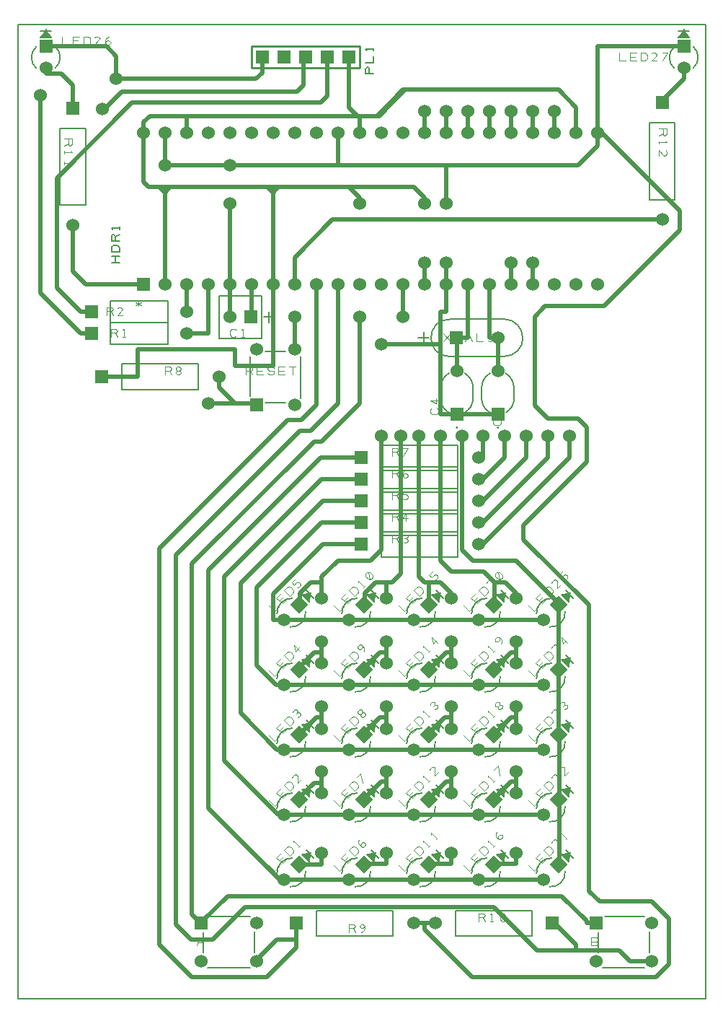
<source format=gbr>
%FSLAX23Y23*%
%MOIN*%
G04 EasyPC Gerber Version 17.0 Build 3379 *
%ADD144R,0.06000X0.06000*%
%ADD118C,0.00300*%
%ADD70C,0.00500*%
%ADD117C,0.00600*%
%ADD137C,0.01000*%
%ADD147C,0.02000*%
%ADD145C,0.06000*%
%AMT146*0 Rectangle Pad at angle 45*21,1,0.06000,0.06000,0,0,45*%
%ADD146T146*%
X0Y0D02*
D02*
D70*
X3Y3D02*
X3183D01*
Y4503*
X3*
Y3*
X473Y3403D02*
X436D01*
X454D02*
Y3434D01*
X473D02*
X436D01*
X473Y3453D02*
X436D01*
Y3471*
X439Y3478*
X442Y3481*
X448Y3484*
X461*
X467Y3481*
X470Y3478*
X473Y3471*
Y3453*
Y3503D02*
X436D01*
Y3524*
X439Y3531*
X445Y3534*
X451Y3531*
X454Y3524*
Y3503*
Y3524D02*
X473Y3534D01*
Y3559D02*
Y3571D01*
Y3565D02*
X436D01*
X442Y3559*
X1648Y4278D02*
X1611D01*
Y4299*
X1614Y4306*
X1620Y4309*
X1626Y4306*
X1629Y4299*
Y4278*
X1611Y4328D02*
X1648D01*
Y4359*
Y4384D02*
Y4396D01*
Y4390D02*
X1611D01*
X1617Y4384*
D02*
D117*
X89Y4402D02*
G75*
G03X89Y4303I43J-50D01*
G01*
X114Y4446D02*
X133Y4474D01*
X119Y4446*
X123D02*
X133Y4474D01*
X128Y4446*
X133D02*
Y4484D01*
X137Y4446D02*
X133Y4474D01*
X109Y4446*
X146D02*
X133Y4474D01*
X142Y4446*
X156D02*
X133Y4474D01*
X151Y4446*
X158Y4474D02*
X108D01*
X176Y4303D02*
G75*
G03X176Y4402I-43J50D01*
G01*
X199Y4025D02*
Y3671D01*
X317*
Y4025*
X199*
X430Y3027D02*
X698D01*
Y3128*
X430*
Y3027*
Y3127D02*
X698D01*
Y3228*
X430*
Y3127*
X485Y2818D02*
X839D01*
Y2937*
X485*
Y2818*
X862Y312D02*
Y219D01*
X882Y148D02*
X1077D01*
X1076Y2972D02*
Y2789D01*
X1077Y384D02*
X894D01*
X1098Y219D02*
Y313D01*
X1130Y3251D02*
Y3055D01*
X934*
Y3251*
X1130*
X1148Y2757D02*
X1241D01*
X1165Y3128D02*
Y3178D01*
X1190Y3153D02*
X1140D01*
X1241Y2993D02*
X1147D01*
X1263Y522D02*
G75*
G03X1334Y593I5J66D01*
G01*
X1263Y822D02*
G75*
G03X1334Y893I5J66D01*
G01*
X1263Y1122D02*
G75*
G03X1334Y1193I5J66D01*
G01*
X1263Y1422D02*
G75*
G03X1334Y1493I5J66D01*
G01*
X1263Y1722D02*
G75*
G03X1334Y1793I5J66D01*
G01*
X1273Y654D02*
G75*
G03X1202Y583I-5J-66D01*
G01*
X1273Y954D02*
G75*
G03X1202Y883I-5J-66D01*
G01*
X1273Y1254D02*
G75*
G03X1202Y1183I-5J-66D01*
G01*
X1273Y1554D02*
G75*
G03X1202Y1483I-5J-66D01*
G01*
X1273Y1854D02*
G75*
G03X1202Y1783I-5J-66D01*
G01*
X1312Y2777D02*
Y2972D01*
X1321Y667D02*
X1353Y673D01*
X1324Y664*
X1321Y967D02*
X1353Y973D01*
X1324Y964*
X1321Y1267D02*
X1353Y1273D01*
X1324Y1264*
X1321Y1567D02*
X1353Y1573D01*
X1324Y1564*
X1321Y1867D02*
X1353Y1873D01*
X1324Y1864*
X1327Y660D02*
X1353Y673D01*
X1330Y657*
X1327Y960D02*
X1353Y973D01*
X1330Y957*
X1327Y1260D02*
X1353Y1273D01*
X1330Y1257*
X1327Y1560D02*
X1353Y1573D01*
X1330Y1557*
X1327Y1860D02*
X1353Y1873D01*
X1330Y1857*
X1334Y654D02*
X1360Y680D01*
X1334Y954D02*
X1360Y980D01*
X1334Y1254D02*
X1360Y1280D01*
X1334Y1554D02*
X1360Y1580D01*
X1334Y1854D02*
X1360Y1880D01*
X1337Y650D02*
X1353Y673D01*
X1317Y670*
X1337Y950D02*
X1353Y973D01*
X1317Y970*
X1337Y1250D02*
X1353Y1273D01*
X1317Y1270*
X1337Y1550D02*
X1353Y1573D01*
X1317Y1570*
X1337Y1850D02*
X1353Y1873D01*
X1317Y1870*
X1344Y644D02*
X1353Y673D01*
X1340Y647*
X1344Y944D02*
X1353Y973D01*
X1340Y947*
X1344Y1244D02*
X1353Y1273D01*
X1340Y1247*
X1344Y1544D02*
X1353Y1573D01*
X1340Y1547*
X1344Y1844D02*
X1353Y1873D01*
X1340Y1847*
X1350Y637D02*
X1353Y673D01*
X1347Y641*
X1350Y937D02*
X1353Y973D01*
X1347Y941*
X1350Y1237D02*
X1353Y1273D01*
X1347Y1241*
X1350Y1537D02*
X1353Y1573D01*
X1347Y1541*
X1350Y1837D02*
X1353Y1873D01*
X1347Y1841*
X1371Y656D02*
X1336Y691D01*
X1371Y956D02*
X1336Y991D01*
X1371Y1256D02*
X1336Y1291D01*
X1371Y1556D02*
X1336Y1591D01*
X1371Y1856D02*
X1336Y1891D01*
X1385Y293D02*
X1739D01*
Y412*
X1385*
Y293*
X1563Y522D02*
G75*
G03X1634Y593I5J66D01*
G01*
X1563Y822D02*
G75*
G03X1634Y893I5J66D01*
G01*
X1563Y1122D02*
G75*
G03X1634Y1193I5J66D01*
G01*
X1563Y1422D02*
G75*
G03X1634Y1493I5J66D01*
G01*
X1563Y1722D02*
G75*
G03X1634Y1793I5J66D01*
G01*
X1573Y654D02*
G75*
G03X1502Y583I-5J-66D01*
G01*
X1573Y954D02*
G75*
G03X1502Y883I-5J-66D01*
G01*
X1573Y1254D02*
G75*
G03X1502Y1183I-5J-66D01*
G01*
X1573Y1554D02*
G75*
G03X1502Y1483I-5J-66D01*
G01*
X1573Y1854D02*
G75*
G03X1502Y1783I-5J-66D01*
G01*
X1621Y667D02*
X1653Y673D01*
X1624Y664*
X1621Y967D02*
X1653Y973D01*
X1624Y964*
X1621Y1267D02*
X1653Y1273D01*
X1624Y1264*
X1621Y1567D02*
X1653Y1573D01*
X1624Y1564*
X1621Y1867D02*
X1653Y1873D01*
X1624Y1864*
X1627Y660D02*
X1653Y673D01*
X1630Y657*
X1627Y960D02*
X1653Y973D01*
X1630Y957*
X1627Y1260D02*
X1653Y1273D01*
X1630Y1257*
X1627Y1560D02*
X1653Y1573D01*
X1630Y1557*
X1627Y1860D02*
X1653Y1873D01*
X1630Y1857*
X1634Y654D02*
X1660Y680D01*
X1634Y954D02*
X1660Y980D01*
X1634Y1254D02*
X1660Y1280D01*
X1634Y1554D02*
X1660Y1580D01*
X1634Y1854D02*
X1660Y1880D01*
X1637Y650D02*
X1653Y673D01*
X1617Y670*
X1637Y950D02*
X1653Y973D01*
X1617Y970*
X1637Y1250D02*
X1653Y1273D01*
X1617Y1270*
X1637Y1550D02*
X1653Y1573D01*
X1617Y1570*
X1637Y1850D02*
X1653Y1873D01*
X1617Y1870*
X1644Y644D02*
X1653Y673D01*
X1640Y647*
X1644Y944D02*
X1653Y973D01*
X1640Y947*
X1644Y1244D02*
X1653Y1273D01*
X1640Y1247*
X1644Y1544D02*
X1653Y1573D01*
X1640Y1547*
X1644Y1844D02*
X1653Y1873D01*
X1640Y1847*
X1650Y637D02*
X1653Y673D01*
X1647Y641*
X1650Y937D02*
X1653Y973D01*
X1647Y941*
X1650Y1237D02*
X1653Y1273D01*
X1647Y1241*
X1650Y1537D02*
X1653Y1573D01*
X1647Y1541*
X1650Y1837D02*
X1653Y1873D01*
X1647Y1841*
X1671Y656D02*
X1636Y691D01*
X1671Y956D02*
X1636Y991D01*
X1671Y1256D02*
X1636Y1291D01*
X1671Y1556D02*
X1636Y1591D01*
X1671Y1856D02*
X1636Y1891D01*
X1685Y2044D02*
X2039D01*
Y2162*
X1685*
Y2044*
Y2144D02*
X2039D01*
Y2262*
X1685*
Y2144*
Y2244D02*
X2039D01*
Y2362*
X1685*
Y2244*
Y2344D02*
X2039D01*
Y2462*
X1685*
Y2344*
Y2444D02*
X2039D01*
Y2562*
X1685*
Y2444*
X1855Y3058D02*
X1905D01*
X1863Y522D02*
G75*
G03X1934Y593I5J66D01*
G01*
X1863Y822D02*
G75*
G03X1934Y893I5J66D01*
G01*
X1863Y1122D02*
G75*
G03X1934Y1193I5J66D01*
G01*
X1863Y1422D02*
G75*
G03X1934Y1493I5J66D01*
G01*
X1863Y1722D02*
G75*
G03X1934Y1793I5J66D01*
G01*
X1873Y654D02*
G75*
G03X1802Y583I-5J-66D01*
G01*
X1873Y954D02*
G75*
G03X1802Y883I-5J-66D01*
G01*
X1873Y1254D02*
G75*
G03X1802Y1183I-5J-66D01*
G01*
X1873Y1554D02*
G75*
G03X1802Y1483I-5J-66D01*
G01*
X1873Y1854D02*
G75*
G03X1802Y1783I-5J-66D01*
G01*
X1880Y3083D02*
Y3033D01*
X1921Y667D02*
X1953Y673D01*
X1924Y664*
X1921Y967D02*
X1953Y973D01*
X1924Y964*
X1921Y1267D02*
X1953Y1273D01*
X1924Y1264*
X1921Y1567D02*
X1953Y1573D01*
X1924Y1564*
X1921Y1867D02*
X1953Y1873D01*
X1924Y1864*
X1927Y660D02*
X1953Y673D01*
X1930Y657*
X1927Y960D02*
X1953Y973D01*
X1930Y957*
X1927Y1260D02*
X1953Y1273D01*
X1930Y1257*
X1927Y1560D02*
X1953Y1573D01*
X1930Y1557*
X1927Y1860D02*
X1953Y1873D01*
X1930Y1857*
X1934Y654D02*
X1960Y680D01*
X1934Y954D02*
X1960Y980D01*
X1934Y1254D02*
X1960Y1280D01*
X1934Y1554D02*
X1960Y1580D01*
X1934Y1854D02*
X1960Y1880D01*
X1937Y650D02*
X1953Y673D01*
X1917Y670*
X1937Y950D02*
X1953Y973D01*
X1917Y970*
X1937Y1250D02*
X1953Y1273D01*
X1917Y1270*
X1937Y1550D02*
X1953Y1573D01*
X1917Y1570*
X1937Y1850D02*
X1953Y1873D01*
X1917Y1870*
X1944Y644D02*
X1953Y673D01*
X1940Y647*
X1944Y944D02*
X1953Y973D01*
X1940Y947*
X1944Y1244D02*
X1953Y1273D01*
X1940Y1247*
X1944Y1544D02*
X1953Y1573D01*
X1940Y1547*
X1944Y1844D02*
X1953Y1873D01*
X1940Y1847*
X1950Y637D02*
X1953Y673D01*
X1947Y641*
X1950Y937D02*
X1953Y973D01*
X1947Y941*
X1950Y1237D02*
X1953Y1273D01*
X1947Y1241*
X1950Y1537D02*
X1953Y1573D01*
X1947Y1541*
X1950Y1837D02*
X1953Y1873D01*
X1947Y1841*
X1971Y656D02*
X1936Y691D01*
X1971Y956D02*
X1936Y991D01*
X1971Y1256D02*
X1936Y1291D01*
X1971Y1556D02*
X1936Y1591D01*
X1971Y1856D02*
X1936Y1891D01*
X1996Y2893D02*
G75*
G03X1958Y2828I37J-65D01*
G01*
Y2778*
G75*
G03X1994Y2713I75*
G01*
X2000Y2972D02*
X2253D01*
G75*
G03X2338Y3058J86*
G01*
G75*
G03X2253Y3143I-86*
G01*
X2000*
G75*
G03Y2972J-86*
G01*
X2033Y2646D02*
G75*
G03Y2640J-3D01*
G01*
G75*
G03Y2646J3*
G01*
X2071Y2713D02*
G75*
G03X2108Y2777I-38J65D01*
G01*
Y2828*
G75*
G03X2069Y2893I-75*
G01*
X2163Y522D02*
G75*
G03X2234Y593I5J66D01*
G01*
X2163Y822D02*
G75*
G03X2234Y893I5J66D01*
G01*
X2163Y1122D02*
G75*
G03X2234Y1193I5J66D01*
G01*
X2163Y1422D02*
G75*
G03X2234Y1493I5J66D01*
G01*
X2163Y1722D02*
G75*
G03X2234Y1793I5J66D01*
G01*
X2173Y654D02*
G75*
G03X2102Y583I-5J-66D01*
G01*
X2173Y954D02*
G75*
G03X2102Y883I-5J-66D01*
G01*
X2173Y1254D02*
G75*
G03X2102Y1183I-5J-66D01*
G01*
X2173Y1554D02*
G75*
G03X2102Y1483I-5J-66D01*
G01*
X2173Y1854D02*
G75*
G03X2102Y1783I-5J-66D01*
G01*
X2186Y2893D02*
G75*
G03X2148Y2828I37J-65D01*
G01*
Y2778*
G75*
G03X2184Y2713I75*
G01*
X2221Y667D02*
X2253Y673D01*
X2224Y664*
X2221Y967D02*
X2253Y973D01*
X2224Y964*
X2221Y1267D02*
X2253Y1273D01*
X2224Y1264*
X2221Y1567D02*
X2253Y1573D01*
X2224Y1564*
X2221Y1867D02*
X2253Y1873D01*
X2224Y1864*
X2223Y2646D02*
G75*
G03Y2640J-3D01*
G01*
G75*
G03Y2646J3*
G01*
X2227Y660D02*
X2253Y673D01*
X2230Y657*
X2227Y960D02*
X2253Y973D01*
X2230Y957*
X2227Y1260D02*
X2253Y1273D01*
X2230Y1257*
X2227Y1560D02*
X2253Y1573D01*
X2230Y1557*
X2227Y1860D02*
X2253Y1873D01*
X2230Y1857*
X2234Y654D02*
X2260Y680D01*
X2234Y954D02*
X2260Y980D01*
X2234Y1254D02*
X2260Y1280D01*
X2234Y1554D02*
X2260Y1580D01*
X2234Y1854D02*
X2260Y1880D01*
X2237Y650D02*
X2253Y673D01*
X2217Y670*
X2237Y950D02*
X2253Y973D01*
X2217Y970*
X2237Y1250D02*
X2253Y1273D01*
X2217Y1270*
X2237Y1550D02*
X2253Y1573D01*
X2217Y1570*
X2237Y1850D02*
X2253Y1873D01*
X2217Y1870*
X2244Y644D02*
X2253Y673D01*
X2240Y647*
X2244Y944D02*
X2253Y973D01*
X2240Y947*
X2244Y1244D02*
X2253Y1273D01*
X2240Y1247*
X2244Y1544D02*
X2253Y1573D01*
X2240Y1547*
X2244Y1844D02*
X2253Y1873D01*
X2240Y1847*
X2250Y637D02*
X2253Y673D01*
X2247Y641*
X2250Y937D02*
X2253Y973D01*
X2247Y941*
X2250Y1237D02*
X2253Y1273D01*
X2247Y1241*
X2250Y1537D02*
X2253Y1573D01*
X2247Y1541*
X2250Y1837D02*
X2253Y1873D01*
X2247Y1841*
X2261Y2713D02*
G75*
G03X2297Y2777I-38J65D01*
G01*
Y2828*
G75*
G03X2259Y2893I-75*
G01*
X2271Y656D02*
X2236Y691D01*
X2271Y956D02*
X2236Y991D01*
X2271Y1256D02*
X2236Y1291D01*
X2271Y1556D02*
X2236Y1591D01*
X2271Y1856D02*
X2236Y1891D01*
X2380Y412D02*
X2026D01*
Y293*
X2380*
Y412*
X2463Y522D02*
G75*
G03X2534Y593I5J66D01*
G01*
X2463Y822D02*
G75*
G03X2534Y893I5J66D01*
G01*
X2463Y1122D02*
G75*
G03X2534Y1193I5J66D01*
G01*
X2463Y1422D02*
G75*
G03X2534Y1493I5J66D01*
G01*
X2463Y1722D02*
G75*
G03X2534Y1793I5J66D01*
G01*
X2473Y654D02*
G75*
G03X2402Y583I-5J-66D01*
G01*
X2473Y954D02*
G75*
G03X2402Y883I-5J-66D01*
G01*
X2473Y1254D02*
G75*
G03X2402Y1183I-5J-66D01*
G01*
X2473Y1554D02*
G75*
G03X2402Y1483I-5J-66D01*
G01*
X2473Y1854D02*
G75*
G03X2402Y1783I-5J-66D01*
G01*
X2521Y667D02*
X2553Y673D01*
X2524Y664*
X2521Y967D02*
X2553Y973D01*
X2524Y964*
X2521Y1267D02*
X2553Y1273D01*
X2524Y1264*
X2521Y1567D02*
X2553Y1573D01*
X2524Y1564*
X2521Y1867D02*
X2553Y1873D01*
X2524Y1864*
X2527Y660D02*
X2553Y673D01*
X2530Y657*
X2527Y960D02*
X2553Y973D01*
X2530Y957*
X2527Y1260D02*
X2553Y1273D01*
X2530Y1257*
X2527Y1560D02*
X2553Y1573D01*
X2530Y1557*
X2527Y1860D02*
X2553Y1873D01*
X2530Y1857*
X2534Y654D02*
X2560Y680D01*
X2534Y954D02*
X2560Y980D01*
X2534Y1254D02*
X2560Y1280D01*
X2534Y1554D02*
X2560Y1580D01*
X2534Y1854D02*
X2560Y1880D01*
X2537Y650D02*
X2553Y673D01*
X2517Y670*
X2537Y950D02*
X2553Y973D01*
X2517Y970*
X2537Y1250D02*
X2553Y1273D01*
X2517Y1270*
X2537Y1550D02*
X2553Y1573D01*
X2517Y1570*
X2537Y1850D02*
X2553Y1873D01*
X2517Y1870*
X2544Y644D02*
X2553Y673D01*
X2540Y647*
X2544Y944D02*
X2553Y973D01*
X2540Y947*
X2544Y1244D02*
X2553Y1273D01*
X2540Y1247*
X2544Y1544D02*
X2553Y1573D01*
X2540Y1547*
X2544Y1844D02*
X2553Y1873D01*
X2540Y1847*
X2550Y637D02*
X2553Y673D01*
X2547Y641*
X2550Y937D02*
X2553Y973D01*
X2547Y941*
X2550Y1237D02*
X2553Y1273D01*
X2547Y1241*
X2550Y1537D02*
X2553Y1573D01*
X2547Y1541*
X2550Y1837D02*
X2553Y1873D01*
X2547Y1841*
X2571Y656D02*
X2536Y691D01*
X2571Y956D02*
X2536Y991D01*
X2571Y1256D02*
X2536Y1291D01*
X2571Y1556D02*
X2536Y1591D01*
X2571Y1856D02*
X2536Y1891D01*
X2687Y312D02*
Y219D01*
X2707Y148D02*
X2902D01*
Y384D02*
X2719D01*
X2923Y219D02*
Y313D01*
X2924Y4050D02*
Y3696D01*
X3042*
Y4050*
X2924*
X3039Y4402D02*
G75*
G03X3039Y4303I43J-50D01*
G01*
X3064Y4446D02*
X3083Y4474D01*
X3069Y4446*
X3073D02*
X3083Y4474D01*
X3078Y4446*
X3083D02*
Y4484D01*
X3087Y4446D02*
X3083Y4474D01*
X3059Y4446*
X3096D02*
X3083Y4474D01*
X3092Y4446*
X3106D02*
X3083Y4474D01*
X3101Y4446*
X3108Y4474D02*
X3058D01*
X3126Y4303D02*
G75*
G03X3126Y4402I-43J50D01*
G01*
D02*
D118*
X217Y3978D02*
X254D01*
Y3956*
X251Y3949*
X245Y3946*
X239Y3949*
X236Y3956*
Y3978*
Y3956D02*
X217Y3946D01*
Y3921D02*
Y3909D01*
Y3915D02*
X254D01*
X248Y3921*
X217Y3871D02*
Y3859D01*
Y3865D02*
X254D01*
X248Y3871*
X207Y4449D02*
Y4412D01*
X239*
X258D02*
Y4449D01*
X289*
X282Y4431D02*
X258D01*
Y4412D02*
X289D01*
X308D02*
Y4449D01*
X326*
X333Y4446*
X336Y4443*
X339Y4437*
Y4424*
X336Y4418*
X333Y4415*
X326Y4412*
X308*
X383D02*
X358D01*
X379Y4434*
X383Y4440*
X379Y4446*
X373Y4449*
X364*
X358Y4446*
X407Y4421D02*
X411Y4428D01*
X417Y4431*
X423*
X429Y4428*
X433Y4421*
X429Y4415*
X423Y4412*
X417*
X411Y4415*
X407Y4421*
Y4431*
X411Y4440*
X417Y4446*
X423Y4449*
X414Y3162D02*
Y3199D01*
X435*
X442Y3196*
X445Y3190*
X442Y3184*
X435Y3181*
X414*
X435D02*
X445Y3162D01*
X489D02*
X464D01*
X485Y3184*
X489Y3190*
X485Y3196*
X479Y3199*
X470*
X464Y3196*
X433Y3062D02*
Y3099D01*
X454*
X461Y3096*
X464Y3090*
X461Y3084*
X454Y3081*
X433*
X454D02*
X464Y3062D01*
X489D02*
X501D01*
X495D02*
Y3099D01*
X489Y3093*
X561Y3203D02*
Y3228D01*
X573Y3209D02*
X548Y3221D01*
Y3209D02*
X573Y3221D01*
X683Y2887D02*
Y2924D01*
X704*
X711Y2921*
X714Y2915*
X711Y2909*
X704Y2906*
X683*
X704D02*
X714Y2887D01*
X742Y2906D02*
X748D01*
X754Y2909*
X758Y2915*
X754Y2921*
X748Y2924*
X742*
X736Y2921*
X733Y2915*
X736Y2909*
X742Y2906*
X736Y2903*
X733Y2896*
X736Y2890*
X742Y2887*
X748*
X754Y2890*
X758Y2896*
X754Y2903*
X748Y2906*
X830Y250D02*
X845Y288D01*
X861Y250*
X836Y266D02*
X855D01*
X1014Y3068D02*
X1011Y3065D01*
X1004Y3062*
X995*
X989Y3065*
X986Y3068*
X983Y3074*
Y3087*
X986Y3093*
X989Y3096*
X995Y3099*
X1004*
X1011Y3096*
X1014Y3093*
X1039Y3062D02*
X1051D01*
X1045D02*
Y3099D01*
X1039Y3093*
X1058Y2887D02*
Y2924D01*
X1079*
X1086Y2921*
X1089Y2915*
X1086Y2909*
X1079Y2906*
X1058*
X1079D02*
X1089Y2887D01*
X1108D02*
Y2924D01*
X1139*
X1133Y2906D02*
X1108D01*
Y2887D02*
X1139D01*
X1158Y2896D02*
X1161Y2890D01*
X1167Y2887*
X1179*
X1186Y2890*
X1189Y2896*
X1186Y2903*
X1179Y2906*
X1167*
X1161Y2909*
X1158Y2915*
X1161Y2921*
X1167Y2924*
X1179*
X1186Y2921*
X1189Y2915*
X1208Y2887D02*
Y2924D01*
X1239*
X1233Y2906D02*
X1208D01*
Y2887D02*
X1239D01*
X1273D02*
Y2924D01*
X1258D02*
X1289D01*
X1164Y621D02*
X1191Y594D01*
X1213Y617*
X1226Y630D02*
X1199Y656D01*
X1221Y678*
X1230Y661D02*
X1213Y643D01*
X1226Y630D02*
X1248Y652D01*
X1261Y665D02*
X1235Y692D01*
X1248Y705*
X1255Y707*
X1259*
X1266Y705*
X1274Y696*
X1277Y690*
Y685*
X1274Y678*
X1261Y665*
X1301Y705D02*
X1310Y714D01*
X1305Y709D02*
X1279Y736D01*
Y727*
X1164Y921D02*
X1191Y894D01*
X1213Y917*
X1226Y930D02*
X1199Y956D01*
X1221Y978*
X1230Y961D02*
X1213Y943D01*
X1226Y930D02*
X1248Y952D01*
X1261Y965D02*
X1235Y992D01*
X1248Y1005*
X1255Y1007*
X1259*
X1266Y1005*
X1274Y996*
X1277Y990*
Y985*
X1274Y978*
X1261Y965*
X1314Y1018D02*
X1297Y1001D01*
X1297Y1031*
X1294Y1038*
X1288Y1040*
X1281Y1038*
X1274Y1031*
X1272Y1025*
X1164Y1221D02*
X1191Y1194D01*
X1213Y1217*
X1226Y1230D02*
X1199Y1256D01*
X1221Y1278*
X1230Y1261D02*
X1213Y1243D01*
X1226Y1230D02*
X1248Y1252D01*
X1261Y1265D02*
X1235Y1292D01*
X1248Y1305*
X1255Y1307*
X1259*
X1266Y1305*
X1274Y1296*
X1277Y1290*
Y1285*
X1274Y1278*
X1261Y1265*
X1297Y1305D02*
X1303Y1307D01*
X1308Y1312*
X1310Y1318*
X1308Y1325*
X1301Y1327*
X1294Y1325*
X1290Y1320*
X1294Y1325D02*
X1297Y1331D01*
X1294Y1338*
X1288Y1340*
X1281Y1338*
X1277Y1334*
X1274Y1327*
X1164Y1521D02*
X1191Y1494D01*
X1213Y1517*
X1226Y1530D02*
X1199Y1556D01*
X1221Y1578*
X1230Y1561D02*
X1213Y1543D01*
X1226Y1530D02*
X1248Y1552D01*
X1261Y1565D02*
X1235Y1592D01*
X1248Y1605*
X1255Y1607*
X1259*
X1266Y1605*
X1274Y1596*
X1277Y1590*
Y1585*
X1274Y1578*
X1261Y1565*
X1308Y1612D02*
X1281Y1638D01*
X1288Y1609*
X1305Y1627*
X1164Y1821D02*
X1191Y1794D01*
X1213Y1817*
X1226Y1830D02*
X1199Y1856D01*
X1221Y1878*
X1230Y1861D02*
X1213Y1843D01*
X1226Y1830D02*
X1248Y1852D01*
X1261Y1865D02*
X1235Y1892D01*
X1248Y1905*
X1255Y1907*
X1259*
X1266Y1905*
X1274Y1896*
X1277Y1890*
Y1885*
X1274Y1878*
X1261Y1865*
X1294Y1903D02*
X1301Y1905D01*
X1308Y1912*
X1310Y1918*
X1308Y1925*
X1305Y1927*
X1299Y1929*
X1292Y1927*
X1281Y1916*
X1270Y1927*
X1288Y1945*
X1464Y621D02*
X1491Y594D01*
X1513Y617*
X1526Y630D02*
X1499Y656D01*
X1521Y678*
X1530Y661D02*
X1513Y643D01*
X1526Y630D02*
X1548Y652D01*
X1561Y665D02*
X1535Y692D01*
X1548Y705*
X1555Y707*
X1559*
X1566Y705*
X1574Y696*
X1577Y690*
Y685*
X1574Y678*
X1561Y665*
X1590Y707D02*
X1588Y714D01*
X1590Y720*
X1594Y725*
X1601Y727*
X1608Y725*
X1610Y718*
X1608Y712*
X1603Y707*
X1597Y705*
X1590Y707*
X1583Y714*
X1579Y723*
X1579Y731*
X1581Y738*
X1464Y921D02*
X1491Y894D01*
X1513Y917*
X1526Y930D02*
X1499Y956D01*
X1521Y978*
X1530Y961D02*
X1513Y943D01*
X1526Y930D02*
X1548Y952D01*
X1561Y965D02*
X1535Y992D01*
X1548Y1005*
X1555Y1007*
X1559*
X1566Y1005*
X1574Y996*
X1577Y990*
Y985*
X1574Y978*
X1561Y965*
X1597Y1001D02*
X1588Y1045D01*
X1570Y1027*
X1464Y1221D02*
X1491Y1194D01*
X1513Y1217*
X1526Y1230D02*
X1499Y1256D01*
X1521Y1278*
X1530Y1261D02*
X1513Y1243D01*
X1526Y1230D02*
X1548Y1252D01*
X1561Y1265D02*
X1535Y1292D01*
X1548Y1305*
X1555Y1307*
X1559*
X1566Y1305*
X1574Y1296*
X1577Y1290*
Y1285*
X1574Y1278*
X1561Y1265*
X1590Y1320D02*
X1594Y1325D01*
X1597Y1331*
X1594Y1338*
X1588Y1340*
X1581Y1338*
X1577Y1334*
X1574Y1327*
X1577Y1320*
X1583Y1318*
X1590Y1320*
X1588Y1314*
X1590Y1307*
X1597Y1305*
X1603Y1307*
X1608Y1312*
X1610Y1318*
X1608Y1325*
X1601Y1327*
X1594Y1325*
X1464Y1521D02*
X1491Y1494D01*
X1513Y1517*
X1526Y1530D02*
X1499Y1556D01*
X1521Y1578*
X1530Y1561D02*
X1513Y1543D01*
X1526Y1530D02*
X1548Y1552D01*
X1561Y1565D02*
X1535Y1592D01*
X1548Y1605*
X1555Y1607*
X1559*
X1566Y1605*
X1574Y1596*
X1577Y1590*
Y1585*
X1574Y1578*
X1561Y1565*
X1603Y1607D02*
X1605Y1614D01*
Y1623*
X1601Y1631*
X1594Y1638*
X1588Y1640*
X1581Y1638*
X1577Y1634*
X1574Y1627*
X1577Y1620*
X1583Y1618*
X1590Y1620*
X1594Y1625*
X1597Y1631*
X1594Y1638*
X1464Y1821D02*
X1491Y1794D01*
X1513Y1817*
X1526Y1830D02*
X1499Y1856D01*
X1521Y1878*
X1530Y1861D02*
X1513Y1843D01*
X1526Y1830D02*
X1548Y1852D01*
X1561Y1865D02*
X1535Y1892D01*
X1548Y1905*
X1555Y1907*
X1559*
X1566Y1905*
X1574Y1896*
X1577Y1890*
Y1885*
X1574Y1878*
X1561Y1865*
X1601Y1905D02*
X1610Y1914D01*
X1605Y1909D02*
X1579Y1936D01*
Y1927*
X1632Y1940D02*
X1639Y1943D01*
X1643Y1947*
X1645Y1954*
X1643Y1960*
X1630Y1973*
X1623Y1976*
X1616Y1973*
X1612Y1969*
X1610Y1962*
X1612Y1956*
X1625Y1943*
X1632Y1940*
X1623Y1976*
X1533Y312D02*
Y349D01*
X1554*
X1561Y346*
X1564Y340*
X1561Y334*
X1554Y331*
X1533*
X1554D02*
X1564Y312D01*
X1592D02*
X1598Y315D01*
X1604Y321*
X1608Y331*
Y340*
X1604Y346*
X1598Y349*
X1592*
X1586Y346*
X1583Y340*
X1586Y334*
X1592Y331*
X1598*
X1604Y334*
X1608Y340*
X1733Y2112D02*
Y2149D01*
X1754*
X1761Y2146*
X1764Y2140*
X1761Y2134*
X1754Y2131*
X1733*
X1754D02*
X1764Y2112D01*
X1786Y2115D02*
X1792Y2112D01*
X1798*
X1804Y2115*
X1808Y2121*
X1804Y2128*
X1798Y2131*
X1792*
X1798D02*
X1804Y2134D01*
X1808Y2140*
X1804Y2146*
X1798Y2149*
X1792*
X1786Y2146*
X1733Y2212D02*
Y2249D01*
X1754*
X1761Y2246*
X1764Y2240*
X1761Y2234*
X1754Y2231*
X1733*
X1754D02*
X1764Y2212D01*
X1798D02*
Y2249D01*
X1783Y2224*
X1808*
X1733Y2312D02*
Y2349D01*
X1754*
X1761Y2346*
X1764Y2340*
X1761Y2334*
X1754Y2331*
X1733*
X1754D02*
X1764Y2312D01*
X1783Y2315D02*
X1789Y2312D01*
X1798*
X1804Y2315*
X1808Y2321*
Y2324*
X1804Y2331*
X1798Y2334*
X1783*
Y2349*
X1808*
X1733Y2412D02*
Y2449D01*
X1754*
X1761Y2446*
X1764Y2440*
X1761Y2434*
X1754Y2431*
X1733*
X1754D02*
X1764Y2412D01*
X1783Y2421D02*
X1786Y2428D01*
X1792Y2431*
X1798*
X1804Y2428*
X1808Y2421*
X1804Y2415*
X1798Y2412*
X1792*
X1786Y2415*
X1783Y2421*
Y2431*
X1786Y2440*
X1792Y2446*
X1798Y2449*
X1733Y2512D02*
Y2549D01*
X1754*
X1761Y2546*
X1764Y2540*
X1761Y2534*
X1754Y2531*
X1733*
X1754D02*
X1764Y2512D01*
X1783D02*
X1808Y2549D01*
X1783*
X1764Y621D02*
X1791Y594D01*
X1813Y617*
X1826Y630D02*
X1799Y656D01*
X1821Y678*
X1830Y661D02*
X1813Y643D01*
X1826Y630D02*
X1848Y652D01*
X1861Y665D02*
X1835Y692D01*
X1848Y705*
X1855Y707*
X1859*
X1866Y705*
X1874Y696*
X1877Y690*
Y685*
X1874Y678*
X1861Y665*
X1901Y705D02*
X1910Y714D01*
X1905Y709D02*
X1879Y736D01*
Y727*
X1936Y740D02*
X1945Y749D01*
X1941Y745D02*
X1914Y771D01*
Y762*
X1764Y921D02*
X1791Y894D01*
X1813Y917*
X1826Y930D02*
X1799Y956D01*
X1821Y978*
X1830Y961D02*
X1813Y943D01*
X1826Y930D02*
X1848Y952D01*
X1861Y965D02*
X1835Y992D01*
X1848Y1005*
X1855Y1007*
X1859*
X1866Y1005*
X1874Y996*
X1877Y990*
Y985*
X1874Y978*
X1861Y965*
X1901Y1005D02*
X1910Y1014D01*
X1905Y1009D02*
X1879Y1036D01*
Y1027*
X1950Y1054D02*
X1932Y1036D01*
Y1067*
X1930Y1073*
X1923Y1076*
X1916Y1073*
X1910Y1067*
X1908Y1060*
X1764Y1221D02*
X1791Y1194D01*
X1813Y1217*
X1826Y1230D02*
X1799Y1256D01*
X1821Y1278*
X1830Y1261D02*
X1813Y1243D01*
X1826Y1230D02*
X1848Y1252D01*
X1861Y1265D02*
X1835Y1292D01*
X1848Y1305*
X1855Y1307*
X1859*
X1866Y1305*
X1874Y1296*
X1877Y1290*
Y1285*
X1874Y1278*
X1861Y1265*
X1901Y1305D02*
X1910Y1314D01*
X1905Y1309D02*
X1879Y1336D01*
Y1327*
X1932Y1340D02*
X1939Y1343D01*
X1943Y1347*
X1945Y1354*
X1943Y1360*
X1936Y1362*
X1930Y1360*
X1925Y1356*
X1930Y1360D02*
X1932Y1367D01*
X1930Y1373*
X1923Y1376*
X1916Y1373*
X1912Y1369*
X1910Y1362*
X1764Y1521D02*
X1791Y1494D01*
X1813Y1517*
X1826Y1530D02*
X1799Y1556D01*
X1821Y1578*
X1830Y1561D02*
X1813Y1543D01*
X1826Y1530D02*
X1848Y1552D01*
X1861Y1565D02*
X1835Y1592D01*
X1848Y1605*
X1855Y1607*
X1859*
X1866Y1605*
X1874Y1596*
X1877Y1590*
Y1585*
X1874Y1578*
X1861Y1565*
X1901Y1605D02*
X1910Y1614D01*
X1905Y1609D02*
X1879Y1636D01*
Y1627*
X1943Y1647D02*
X1916Y1673D01*
X1923Y1645*
X1941Y1662*
X1764Y1821D02*
X1791Y1794D01*
X1813Y1817*
X1826Y1830D02*
X1799Y1856D01*
X1821Y1878*
X1830Y1861D02*
X1813Y1843D01*
X1826Y1830D02*
X1848Y1852D01*
X1861Y1865D02*
X1835Y1892D01*
X1848Y1905*
X1855Y1907*
X1859*
X1866Y1905*
X1874Y1896*
X1877Y1890*
Y1885*
X1874Y1878*
X1861Y1865*
X1901Y1905D02*
X1910Y1914D01*
X1905Y1909D02*
X1879Y1936D01*
Y1927*
X1930Y1938D02*
X1936Y1940D01*
X1943Y1947*
X1945Y1954*
X1943Y1960*
X1941Y1962*
X1934Y1965*
X1928Y1962*
X1916Y1951*
X1905Y1962*
X1923Y1980*
X1942Y2734D02*
X1945Y2731D01*
X1948Y2724*
Y2715*
X1945Y2709*
X1942Y2706*
X1936Y2703*
X1923*
X1917Y2706*
X1914Y2709*
X1911Y2715*
Y2724*
X1914Y2731*
X1917Y2734*
X1948Y2768D02*
X1911D01*
X1936Y2753*
Y2778*
X1972Y3042D02*
X2004Y3079D01*
X1972D02*
X2004Y3042D01*
X2038D02*
Y3079D01*
X2023D02*
X2054D01*
X2072Y3042D02*
X2088Y3079D01*
X2104Y3042*
X2079Y3058D02*
X2098D01*
X2123Y3079D02*
Y3042D01*
X2154*
X2176Y3045D02*
X2182Y3042D01*
X2188*
X2194Y3045*
X2197Y3051*
X2194Y3058*
X2188Y3061*
X2182*
X2188D02*
X2194Y3064D01*
X2197Y3070*
X2194Y3076*
X2188Y3079*
X2182*
X2176Y3076*
X2064Y621D02*
X2091Y594D01*
X2113Y617*
X2126Y630D02*
X2099Y656D01*
X2121Y678*
X2130Y661D02*
X2113Y643D01*
X2126Y630D02*
X2148Y652D01*
X2161Y665D02*
X2135Y692D01*
X2148Y705*
X2155Y707*
X2159*
X2166Y705*
X2174Y696*
X2177Y690*
Y685*
X2174Y678*
X2161Y665*
X2201Y705D02*
X2210Y714D01*
X2205Y709D02*
X2179Y736D01*
Y727*
X2225Y743D02*
X2223Y749D01*
X2225Y756*
X2230Y760*
X2236Y762*
X2243Y760*
X2245Y754*
X2243Y747*
X2239Y743*
X2232Y740*
X2225Y743*
X2219Y749*
X2214Y758*
Y767*
X2216Y773*
X2064Y921D02*
X2091Y894D01*
X2113Y917*
X2126Y930D02*
X2099Y956D01*
X2121Y978*
X2130Y961D02*
X2113Y943D01*
X2126Y930D02*
X2148Y952D01*
X2161Y965D02*
X2135Y992D01*
X2148Y1005*
X2155Y1007*
X2159*
X2166Y1005*
X2174Y996*
X2177Y990*
Y985*
X2174Y978*
X2161Y965*
X2201Y1005D02*
X2210Y1014D01*
X2205Y1009D02*
X2179Y1036D01*
Y1027*
X2232Y1036D02*
X2223Y1080D01*
X2205Y1062*
X2064Y1221D02*
X2091Y1194D01*
X2113Y1217*
X2126Y1230D02*
X2099Y1256D01*
X2121Y1278*
X2130Y1261D02*
X2113Y1243D01*
X2126Y1230D02*
X2148Y1252D01*
X2161Y1265D02*
X2135Y1292D01*
X2148Y1305*
X2155Y1307*
X2159*
X2166Y1305*
X2174Y1296*
X2177Y1290*
Y1285*
X2174Y1278*
X2161Y1265*
X2201Y1305D02*
X2210Y1314D01*
X2205Y1309D02*
X2179Y1336D01*
Y1327*
X2225Y1356D02*
X2230Y1360D01*
X2232Y1367*
X2230Y1373*
X2223Y1376*
X2216Y1373*
X2212Y1369*
X2210Y1362*
X2212Y1356*
X2219Y1354*
X2225Y1356*
X2223Y1349*
X2225Y1343*
X2232Y1340*
X2239Y1343*
X2243Y1347*
X2245Y1354*
X2243Y1360*
X2236Y1362*
X2230Y1360*
X2064Y1521D02*
X2091Y1494D01*
X2113Y1517*
X2126Y1530D02*
X2099Y1556D01*
X2121Y1578*
X2130Y1561D02*
X2113Y1543D01*
X2126Y1530D02*
X2148Y1552D01*
X2161Y1565D02*
X2135Y1592D01*
X2148Y1605*
X2155Y1607*
X2159*
X2166Y1605*
X2174Y1596*
X2177Y1590*
Y1585*
X2174Y1578*
X2161Y1565*
X2201Y1605D02*
X2210Y1614D01*
X2205Y1609D02*
X2179Y1636D01*
Y1627*
X2239Y1643D02*
X2241Y1649D01*
Y1658*
X2236Y1667*
X2230Y1673*
X2223Y1676*
X2216Y1673*
X2212Y1669*
X2210Y1662*
X2212Y1656*
X2219Y1654*
X2225Y1656*
X2230Y1660*
X2232Y1667*
X2230Y1673*
X2064Y1821D02*
X2091Y1794D01*
X2113Y1817*
X2126Y1830D02*
X2099Y1856D01*
X2121Y1878*
X2130Y1861D02*
X2113Y1843D01*
X2126Y1830D02*
X2148Y1852D01*
X2161Y1865D02*
X2135Y1892D01*
X2148Y1905*
X2155Y1907*
X2159*
X2166Y1905*
X2174Y1896*
X2177Y1890*
Y1885*
X2174Y1878*
X2161Y1865*
X2214Y1918D02*
X2197Y1901D01*
X2197Y1931*
X2194Y1938*
X2188Y1940*
X2181Y1938*
X2174Y1931*
X2172Y1925*
X2232Y1940D02*
X2239Y1943D01*
X2243Y1947*
X2245Y1954*
X2243Y1960*
X2230Y1973*
X2223Y1976*
X2216Y1973*
X2212Y1969*
X2210Y1962*
X2212Y1956*
X2225Y1943*
X2232Y1940*
X2223Y1976*
X2133Y362D02*
Y399D01*
X2154*
X2161Y396*
X2164Y390*
X2161Y384*
X2154Y381*
X2133*
X2154D02*
X2164Y362D01*
X2189D02*
X2201D01*
X2195D02*
Y399D01*
X2189Y393*
X2236Y365D02*
X2242Y362D01*
X2248*
X2254Y365*
X2258Y371*
Y390*
X2254Y396*
X2248Y399*
X2242*
X2236Y396*
X2233Y390*
Y371*
X2236Y365*
X2254Y396*
X2232Y2684D02*
X2235Y2681D01*
X2238Y2674*
Y2665*
X2235Y2659*
X2232Y2656*
X2226Y2653*
X2213*
X2207Y2656*
X2204Y2659*
X2201Y2665*
Y2674*
X2204Y2681*
X2207Y2684*
X2235Y2703D02*
X2238Y2709D01*
Y2718*
X2235Y2724*
X2229Y2728*
X2226*
X2219Y2724*
X2216Y2718*
Y2703*
X2201*
Y2728*
X2364Y621D02*
X2391Y594D01*
X2413Y617*
X2426Y630D02*
X2399Y656D01*
X2421Y678*
X2430Y661D02*
X2413Y643D01*
X2426Y630D02*
X2448Y652D01*
X2461Y665D02*
X2435Y692D01*
X2448Y705*
X2455Y707*
X2459*
X2466Y705*
X2474Y696*
X2477Y690*
Y685*
X2474Y678*
X2461Y665*
X2514Y718D02*
X2497Y701D01*
X2497Y731*
X2494Y738*
X2488Y740*
X2481Y738*
X2474Y731*
X2472Y725*
X2536Y740D02*
X2545Y749D01*
X2541Y745D02*
X2514Y771D01*
Y762*
X2364Y921D02*
X2391Y894D01*
X2413Y917*
X2426Y930D02*
X2399Y956D01*
X2421Y978*
X2430Y961D02*
X2413Y943D01*
X2426Y930D02*
X2448Y952D01*
X2461Y965D02*
X2435Y992D01*
X2448Y1005*
X2455Y1007*
X2459*
X2466Y1005*
X2474Y996*
X2477Y990*
Y985*
X2474Y978*
X2461Y965*
X2514Y1018D02*
X2497Y1001D01*
X2497Y1031*
X2494Y1038*
X2488Y1040*
X2481Y1038*
X2474Y1031*
X2472Y1025*
X2550Y1054D02*
X2532Y1036D01*
Y1067*
X2530Y1073*
X2523Y1076*
X2516Y1073*
X2510Y1067*
X2508Y1060*
X2364Y1221D02*
X2391Y1194D01*
X2413Y1217*
X2426Y1230D02*
X2399Y1256D01*
X2421Y1278*
X2430Y1261D02*
X2413Y1243D01*
X2426Y1230D02*
X2448Y1252D01*
X2461Y1265D02*
X2435Y1292D01*
X2448Y1305*
X2455Y1307*
X2459*
X2466Y1305*
X2474Y1296*
X2477Y1290*
Y1285*
X2474Y1278*
X2461Y1265*
X2514Y1318D02*
X2497Y1301D01*
X2497Y1331*
X2494Y1338*
X2488Y1340*
X2481Y1338*
X2474Y1331*
X2472Y1325*
X2532Y1340D02*
X2539Y1343D01*
X2543Y1347*
X2545Y1354*
X2543Y1360*
X2536Y1362*
X2530Y1360*
X2525Y1356*
X2530Y1360D02*
X2532Y1367D01*
X2530Y1373*
X2523Y1376*
X2516Y1373*
X2512Y1369*
X2510Y1362*
X2364Y1521D02*
X2391Y1494D01*
X2413Y1517*
X2426Y1530D02*
X2399Y1556D01*
X2421Y1578*
X2430Y1561D02*
X2413Y1543D01*
X2426Y1530D02*
X2448Y1552D01*
X2461Y1565D02*
X2435Y1592D01*
X2448Y1605*
X2455Y1607*
X2459*
X2466Y1605*
X2474Y1596*
X2477Y1590*
Y1585*
X2474Y1578*
X2461Y1565*
X2514Y1618D02*
X2497Y1601D01*
X2497Y1631*
X2494Y1638*
X2488Y1640*
X2481Y1638*
X2474Y1631*
X2472Y1625*
X2543Y1647D02*
X2516Y1673D01*
X2523Y1645*
X2541Y1662*
X2364Y1821D02*
X2391Y1794D01*
X2413Y1817*
X2426Y1830D02*
X2399Y1856D01*
X2421Y1878*
X2430Y1861D02*
X2413Y1843D01*
X2426Y1830D02*
X2448Y1852D01*
X2461Y1865D02*
X2435Y1892D01*
X2448Y1905*
X2455Y1907*
X2459*
X2466Y1905*
X2474Y1896*
X2477Y1890*
Y1885*
X2474Y1878*
X2461Y1865*
X2514Y1918D02*
X2497Y1901D01*
X2497Y1931*
X2494Y1938*
X2488Y1940*
X2481Y1938*
X2474Y1931*
X2472Y1925*
X2530Y1938D02*
X2536Y1940D01*
X2543Y1947*
X2545Y1954*
X2543Y1960*
X2541Y1962*
X2534Y1965*
X2528Y1962*
X2516Y1951*
X2505Y1962*
X2523Y1980*
X2676Y269D02*
X2683Y266D01*
X2686Y260*
X2683Y254*
X2676Y250*
X2655*
Y288*
X2676*
X2683Y285*
X2686Y279*
X2683Y272*
X2676Y269*
X2655*
X2783Y4374D02*
Y4337D01*
X2814*
X2833D02*
Y4374D01*
X2864*
X2858Y4356D02*
X2833D01*
Y4337D02*
X2864D01*
X2883D02*
Y4374D01*
X2901*
X2908Y4371*
X2911Y4368*
X2914Y4362*
Y4349*
X2911Y4343*
X2908Y4340*
X2901Y4337*
X2883*
X2958D02*
X2933D01*
X2954Y4359*
X2958Y4365*
X2954Y4371*
X2948Y4374*
X2939*
X2933Y4371*
X2983Y4337D02*
X3008Y4374D01*
X2983*
X2967Y4023D02*
X3004D01*
Y4001*
X3001Y3994*
X2995Y3991*
X2989Y3994*
X2986Y4001*
Y4023*
Y4001D02*
X2967Y3991D01*
Y3966D02*
Y3954D01*
Y3960D02*
X3004D01*
X2998Y3966*
X2967Y3898D02*
Y3923D01*
X2989Y3901*
X2995Y3898*
X3001Y3901*
X3004Y3907*
Y3916*
X3001Y3923*
D02*
D137*
X1083Y4303D02*
X1583D01*
Y4403*
X1083*
Y4303*
D02*
D144*
X133Y4403D03*
X258Y4118D03*
X345Y3078D03*
Y3178D03*
X392Y2878D03*
X583Y3303D03*
X852Y355D03*
X1081Y3153D03*
X1106Y2747D03*
X1133Y4353D03*
X1233D03*
X1292Y353D03*
X1333Y4353D03*
X1433D03*
X1533D03*
X1592Y2103D03*
Y2203D03*
Y2303D03*
Y2403D03*
Y2503D03*
X2031Y3058D03*
X2033Y2703D03*
X2223D03*
X2473Y353D03*
X2677Y355D03*
X2983Y4143D03*
X3083Y4403D03*
D02*
D145*
X108Y4178D03*
X133Y4303D03*
X258Y3578D03*
X393Y4113D03*
X458Y4253D03*
X583Y4003D03*
X683Y3303D03*
Y3853D03*
Y4003D03*
X783Y3078D03*
Y3178D03*
Y3303D03*
Y4003D03*
X852Y178D03*
X883Y2753D03*
Y3303D03*
Y4003D03*
X933Y2878D03*
X983Y3153D03*
Y3303D03*
Y3678D03*
Y3853D03*
Y4003D03*
X1083Y3303D03*
Y4003D03*
X1106Y3003D03*
X1108Y178D03*
Y355D03*
X1183Y3303D03*
Y4003D03*
X1233Y553D03*
Y853D03*
Y1153D03*
Y1453D03*
Y1753D03*
X1283Y2747D03*
Y3003D03*
Y3153D03*
Y3303D03*
Y4003D03*
X1383Y3303D03*
Y4003D03*
X1408Y678D03*
Y953D03*
Y1053D03*
Y1252D03*
Y1353D03*
Y1553D03*
Y1653D03*
Y1853D03*
X1483Y3303D03*
Y4003D03*
X1533Y553D03*
Y853D03*
Y1153D03*
Y1453D03*
Y1753D03*
X1583Y3153D03*
Y3303D03*
Y3678D03*
Y4003D03*
X1683Y2603D03*
Y3028D03*
Y3303D03*
Y4003D03*
X1708Y678D03*
Y953D03*
Y1053D03*
Y1252D03*
Y1353D03*
Y1553D03*
Y1653D03*
Y1853D03*
X1773Y2603D03*
X1783Y3153D03*
Y3303D03*
Y4003D03*
X1833Y353D03*
Y553D03*
Y853D03*
Y1153D03*
Y1453D03*
Y1753D03*
X1858Y2603D03*
X1883Y3303D03*
Y3403D03*
Y3678D03*
Y4003D03*
Y4103D03*
X1933Y353D03*
X1958Y2603D03*
X1983Y3303D03*
Y3403D03*
Y3678D03*
Y4003D03*
Y4103D03*
X2008Y678D03*
Y953D03*
Y1053D03*
Y1252D03*
Y1353D03*
Y1553D03*
Y1653D03*
Y1853D03*
X2033Y2903D03*
X2058Y2603D03*
X2083Y3303D03*
Y4003D03*
Y4103D03*
X2133Y553D03*
Y853D03*
Y1153D03*
Y1453D03*
Y1753D03*
Y2103D03*
Y2203D03*
Y2303D03*
Y2403D03*
Y2503D03*
X2153Y2603D03*
X2183Y3303D03*
Y4003D03*
Y4103D03*
X2223Y2903D03*
Y3058D03*
X2253Y2603D03*
X2283Y3303D03*
Y3403D03*
Y4003D03*
Y4103D03*
X2308Y678D03*
Y953D03*
Y1053D03*
Y1252D03*
Y1353D03*
Y1553D03*
Y1653D03*
Y1853D03*
X2353Y2603D03*
X2383Y3303D03*
Y3403D03*
Y4003D03*
Y4103D03*
X2433Y553D03*
Y853D03*
Y1153D03*
Y1453D03*
Y1753D03*
X2453Y2603D03*
X2483Y3303D03*
Y4003D03*
Y4103D03*
X2553Y2603D03*
X2583Y3303D03*
Y4003D03*
X2677Y178D03*
X2683Y3303D03*
Y4003D03*
X2933Y178D03*
Y355D03*
X2983Y3603D03*
X3083Y4303D03*
D02*
D146*
X1303Y623D03*
Y923D03*
Y1223D03*
Y1523D03*
Y1823D03*
X1603Y623D03*
Y923D03*
Y1223D03*
Y1523D03*
Y1823D03*
X1903Y623D03*
Y923D03*
Y1223D03*
Y1523D03*
Y1823D03*
X2203Y623D03*
Y923D03*
Y1223D03*
Y1523D03*
Y1823D03*
X2503Y623D03*
Y923D03*
Y1223D03*
Y1523D03*
Y1823D03*
D02*
D147*
X108Y4178D02*
Y3263D01*
X293Y3078*
X345*
X258Y4118D02*
Y4223D01*
X203Y4278*
X133*
Y4303*
X345Y3178D02*
X293D01*
X183Y3288*
Y3793*
X532Y4143*
X1403*
X1433Y4173*
Y4353*
X392Y2878D02*
X558D01*
Y3003*
X1008*
Y2928*
X1183*
Y3303*
X393Y4113D02*
X403D01*
X483Y4193*
X1293*
X1323Y4223*
Y4353*
X1333*
X458Y4253D02*
Y4358D01*
X413Y4403*
X133*
X583Y3303D02*
X318D01*
X258Y3363*
Y3578*
X683Y3303D02*
Y3728D01*
X708Y3753*
X1158*
X1183Y3728*
Y3303*
X683D02*
Y3728D01*
X658Y3753*
X608*
X583Y3778*
Y4003*
X683Y3853D02*
Y4003D01*
Y3853D02*
X983D01*
X783Y3078D02*
X883D01*
Y3303*
X783Y3178D02*
Y3303D01*
Y4003D02*
Y4082D01*
X613*
X583Y4053*
Y4003*
X883Y2753D02*
X1106D01*
Y2747*
X983Y3153D02*
Y3303D01*
Y3678D02*
Y3303D01*
Y3853D02*
X1483D01*
X1081Y3153D02*
X1083D01*
Y3303*
X1106Y2747D02*
Y2753D01*
X1008*
X933Y2828*
Y2878*
X1133Y4353D02*
Y4282D01*
X1103Y4253*
X458*
X1233Y553D02*
X1533D01*
X1233Y853D02*
X1533D01*
X1233D02*
X1208D01*
X958Y1103*
Y1953*
X1408Y2403*
X1592*
X1233Y1153D02*
X1533D01*
X1233Y1453D02*
X1533D01*
X1233Y1753D02*
X1533D01*
X1233D02*
X1183D01*
Y1873*
X1413Y2103*
X1592*
X1283Y3003D02*
Y3153D01*
Y3303D02*
Y3428D01*
X1458Y3603*
X2983*
X1292Y353D02*
Y242D01*
X1153Y103*
X808*
X658Y253*
Y2083*
X1252Y2678*
X1313*
X1383Y2748*
Y3303*
X1292Y353D02*
Y278D01*
X1202*
X1108Y183*
Y178*
X1303Y623D02*
X1408D01*
Y678*
X1303Y1823D02*
X1308D01*
Y1878*
X1358Y1928*
X1408*
Y953D02*
Y1053D01*
Y953D02*
Y1002D01*
X1373*
X1303Y933*
Y923*
X1408Y1252D02*
Y1303D01*
X1383*
X1303Y1223*
X1408Y1353D02*
Y1252D01*
Y1603D02*
Y1653D01*
Y1603D02*
Y1553D01*
Y1603D02*
X1373D01*
X1303Y1533*
Y1523*
X1408Y1853D02*
Y1928D01*
Y1953*
X1483Y2028*
X1633*
X1683Y2078*
Y2603*
X1483Y3853D02*
Y4003D01*
Y3853D02*
X1983D01*
X1533Y553D02*
X1833D01*
X1533Y853D02*
X1833D01*
X1533Y1153D02*
X1833D01*
X1533Y1453D02*
X1833D01*
X1533Y1753D02*
X1833D01*
X1533Y4353D02*
Y4122D01*
X1573Y4082*
X1673*
X1793Y4203*
X2033*
X1583Y3153D02*
Y2753D01*
X1408Y2578*
X1373*
X808Y2013*
Y393*
X846Y355*
X852*
X1583Y4003D02*
Y4082D01*
X783*
X1583D02*
X1663D01*
X1783Y4203*
X2033*
X1592Y2203D02*
X1408D01*
X1108Y1903*
Y1543*
X1198Y1453*
X1233*
X1592Y2303D02*
X1413D01*
X1033Y1923*
Y1323*
X1202Y1153*
X1233*
X1592Y2503D02*
X1403D01*
X883Y1983*
Y883*
X1213Y553*
X1233*
X1603Y923D02*
X1608D01*
Y932*
X1683Y1007*
X1708*
X1603Y1223D02*
X1608D01*
Y1233*
X1678Y1303*
X1708*
X1603Y1523D02*
X1608D01*
Y1533*
X1678Y1603*
X1708*
X1603Y1823D02*
X1608D01*
Y1878*
X1658Y1928*
X1708*
X1683Y3028D02*
X1958D01*
X1708Y678D02*
Y627D01*
X1603*
Y623*
X1708Y1007D02*
Y953D01*
Y1053D02*
Y1007D01*
Y1303D02*
Y1252D01*
Y1353D02*
Y1303D01*
Y1603D02*
Y1553D01*
Y1653D02*
Y1603D01*
Y1928D02*
Y1853D01*
Y1928D02*
X1733D01*
X1773Y1968*
Y2603*
X1783Y3303D02*
Y3153D01*
X1833Y353D02*
X1933D01*
X1833Y553D02*
X2133D01*
X1833Y853D02*
X2133D01*
X1833Y1153D02*
X2133D01*
X1833Y1453D02*
X2133D01*
X1833Y1753D02*
X2133D01*
X1883Y3303D02*
Y3403D01*
Y3678D02*
Y3703D01*
X1833Y3753*
X1208*
X1183Y3728*
Y3303*
X1883Y4103D02*
Y4003D01*
X1903Y923D02*
X1908D01*
Y932*
X1983Y1007*
X2008*
X1903Y1223D02*
X1908D01*
Y1233*
X1978Y1303*
X2008*
X1903Y1523D02*
X1908D01*
Y1528*
X1983Y1603*
X2008*
X1903Y1823D02*
Y1928D01*
X1958*
X2008Y1878*
Y1853*
X1903Y1823D02*
Y1928D01*
X1883*
X1858Y1953*
Y2603*
X1958D02*
Y2028D01*
X2008Y1978*
X2158*
X2208Y1928*
Y1823*
X2203*
X1958Y3028D02*
Y3178D01*
X1983*
Y3303*
Y3403*
Y3853D02*
Y3678D01*
Y4103D02*
Y4003D01*
X2008Y678D02*
Y627D01*
X1903*
Y623*
X2008Y1007D02*
Y953D01*
Y1053D02*
Y1007D01*
Y1303D02*
Y1252D01*
Y1353D02*
Y1303D01*
Y1603D02*
Y1553D01*
Y1653D02*
Y1603D01*
X2033Y2703D02*
X1958D01*
Y3028*
X2033Y2703D02*
X2223D01*
X2033Y2903D02*
Y3058D01*
X2031*
X2083Y3303D02*
Y3058D01*
X2031*
X2083Y4103D02*
Y4003D01*
X2133Y553D02*
X2433D01*
X2133Y853D02*
X2433D01*
X2133Y1153D02*
X2433D01*
X2133Y1453D02*
X2433D01*
X2133Y1753D02*
X2433D01*
X2133Y2203D02*
X2153D01*
X2453Y2503*
Y2603*
X2133Y2303D02*
X2153D01*
X2353Y2503*
Y2603*
X2133Y2403D02*
X2153D01*
X2253Y2503*
Y2603*
X2133Y2503D02*
X2153D01*
Y2603*
X2183Y3303D02*
Y3058D01*
X2223*
X2183Y4103D02*
Y4003D01*
X2203Y923D02*
X2208D01*
Y932*
X2283Y1007*
X2308*
X2203Y1223D02*
X2208D01*
Y1228*
X2283Y1303*
X2308*
X2203Y1523D02*
X2208D01*
Y1528*
X2283Y1603*
X2308*
X2203Y1823D02*
X2208D01*
Y1928*
X2258*
X2308Y1878*
Y1853*
X2223Y2903D02*
Y3058D01*
X2283Y3403D02*
Y3303D01*
Y4103D02*
Y4003D01*
X2308Y678D02*
Y627D01*
X2203*
Y623*
X2308Y1007D02*
Y953D01*
Y1053D02*
Y1007D01*
Y1303D02*
Y1252D01*
Y1353D02*
Y1303D01*
Y1603D02*
Y1553D01*
Y1653D02*
Y1603D01*
X2383Y3303D02*
Y3403D01*
Y4103D02*
Y4003D01*
X2473Y353D02*
X2483D01*
X2583Y253*
Y228*
X2403*
X2203Y428*
X1053*
X903Y278*
X803*
X733Y348*
Y2053*
X1308Y2628*
X1358*
X1483Y2753*
Y3303*
X2473Y353D02*
X2483D01*
X2583Y253*
Y228*
X2783*
X2833Y178*
X2933*
X2483Y4103D02*
Y4003D01*
X2503Y623D02*
Y627D01*
X2508*
Y1232*
X2503Y923D02*
X2508D01*
Y1232*
X2503Y1223D02*
Y1523D01*
Y1823*
Y1832*
X2308Y2028*
X2108*
X2058Y2078*
Y2603*
X2508Y1232D02*
X2503D01*
Y1223*
X2553Y2603D02*
Y2503D01*
X2153Y2103*
X2133*
X2583Y4003D02*
Y4122D01*
X2503Y4203*
X1793*
X1673Y4082*
X613*
X583Y4053*
Y3778*
X608Y3753*
X1533*
X1583Y3703*
Y3678*
X2583Y4003D02*
Y4122D01*
X2503Y4203*
X2033*
X2677Y355D02*
X2633D01*
Y363*
X2518Y477*
X973*
X858Y363*
Y355*
X852*
X2683Y4003D02*
Y4403D01*
X3083*
X2683Y4003D02*
X2703D01*
X3063Y3643*
Y3553*
X2713Y3203*
X2442*
X2393Y3153*
Y2743*
X2453Y2683*
X2593*
X2633Y2643*
Y2483*
X2342Y2192*
Y2123*
X2643Y1823*
Y502*
X2693Y453*
X2933*
X3013Y373*
Y163*
X2953Y103*
X2103*
X1883Y323*
Y353*
X1933*
X2683Y4003D02*
Y3943D01*
X2593Y3853*
X1983*
X3083Y4303D02*
Y4253D01*
X2983Y4153*
Y4143*
X0Y0D02*
M02*

</source>
